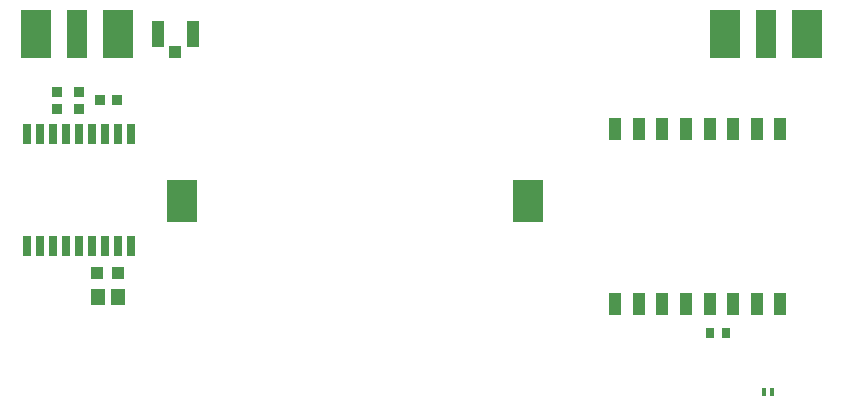
<source format=gtp>
G04*
G04 #@! TF.GenerationSoftware,Altium Limited,Altium Designer,20.2.7 (254)*
G04*
G04 Layer_Color=8421504*
%FSLAX25Y25*%
%MOIN*%
G70*
G04*
G04 #@! TF.SameCoordinates,3C655C0F-1CA1-4DFD-99B7-6FB2F92942BB*
G04*
G04*
G04 #@! TF.FilePolarity,Positive*
G04*
G01*
G75*
%ADD14R,0.02756X0.03543*%
%ADD15R,0.07008X0.16496*%
%ADD16R,0.10492X0.16496*%
%ADD17R,0.03937X0.04134*%
%ADD18R,0.04134X0.08661*%
%ADD19R,0.10236X0.14016*%
%ADD20R,0.03347X0.03347*%
%ADD21R,0.03347X0.03347*%
%ADD22R,0.04724X0.05512*%
%ADD23R,0.03937X0.04134*%
%ADD24R,0.02756X0.07087*%
%ADD25R,0.03150X0.07087*%
%ADD26R,0.01575X0.02756*%
%ADD27R,0.04134X0.07677*%
D14*
X232677Y264567D02*
D03*
X238189D02*
D03*
D15*
X251575Y364173D02*
D03*
X21850D02*
D03*
D16*
X237825D02*
D03*
X265325D02*
D03*
X8100D02*
D03*
X35600D02*
D03*
D17*
X54528Y358415D02*
D03*
D18*
X48720Y364419D02*
D03*
X60335D02*
D03*
D19*
X56890Y308661D02*
D03*
X172244D02*
D03*
D20*
X35039Y342126D02*
D03*
X29527D02*
D03*
D21*
X22343Y344882D02*
D03*
Y339370D02*
D03*
X15256Y344882D02*
D03*
Y339370D02*
D03*
D22*
X35630Y276772D02*
D03*
X28937D02*
D03*
D23*
X28346Y284646D02*
D03*
X35433D02*
D03*
D24*
X5118Y293504D02*
D03*
X39764D02*
D03*
Y330906D02*
D03*
X5118D02*
D03*
D25*
X9449Y293504D02*
D03*
X13780D02*
D03*
X18110D02*
D03*
X22441D02*
D03*
X26772D02*
D03*
X31102D02*
D03*
X35433D02*
D03*
Y330906D02*
D03*
X31102D02*
D03*
X26772D02*
D03*
X22441D02*
D03*
X18110D02*
D03*
X13780D02*
D03*
X9449D02*
D03*
D26*
X253543Y244882D02*
D03*
X250787D02*
D03*
D27*
X201181Y274410D02*
D03*
X209055D02*
D03*
X216929D02*
D03*
X224803D02*
D03*
X232677D02*
D03*
X240551D02*
D03*
X248425D02*
D03*
X256299D02*
D03*
Y332677D02*
D03*
X248425D02*
D03*
X240551D02*
D03*
X232677D02*
D03*
X224803D02*
D03*
X216929D02*
D03*
X209055D02*
D03*
X201181D02*
D03*
M02*

</source>
